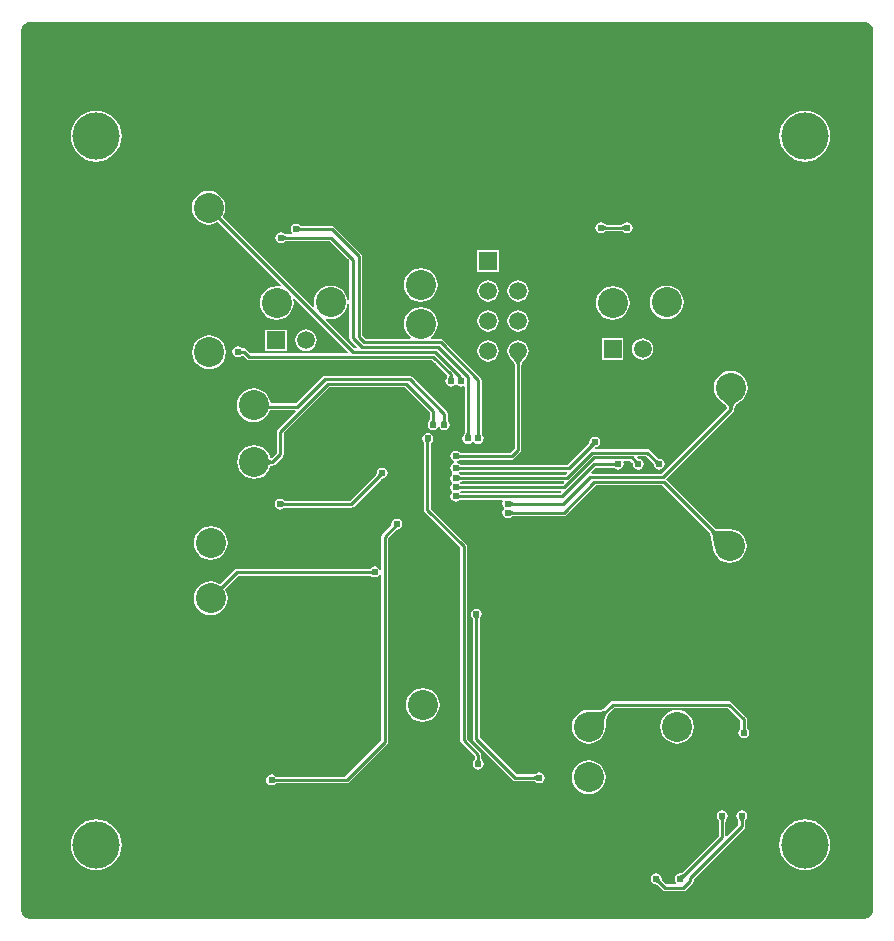
<source format=gbl>
G04*
G04 #@! TF.GenerationSoftware,Altium Limited,Altium Designer,19.1.8 (144)*
G04*
G04 Layer_Physical_Order=2*
G04 Layer_Color=16711680*
%FSLAX25Y25*%
%MOIN*%
G70*
G01*
G75*
%ADD11C,0.01000*%
%ADD70C,0.10000*%
%ADD71C,0.05906*%
%ADD72R,0.05906X0.05906*%
%ADD73R,0.05906X0.05906*%
%ADD74C,0.15748*%
%ADD75C,0.02400*%
G36*
X282722Y-1917D02*
X283261Y-2140D01*
X283746Y-2464D01*
X284158Y-2876D01*
X284482Y-3361D01*
X284705Y-3900D01*
X284819Y-4472D01*
Y-4764D01*
Y-297764D01*
Y-298055D01*
X284705Y-298627D01*
X284482Y-299166D01*
X284158Y-299651D01*
X283746Y-300064D01*
X283261Y-300388D01*
X282722Y-300611D01*
X282150Y-300725D01*
X3567D01*
X2995Y-300611D01*
X2456Y-300388D01*
X1971Y-300064D01*
X1558Y-299651D01*
X1234Y-299166D01*
X1011Y-298627D01*
X897Y-298055D01*
Y-297764D01*
Y-4764D01*
Y-4472D01*
X1011Y-3900D01*
X1234Y-3361D01*
X1558Y-2876D01*
X1971Y-2464D01*
X2456Y-2140D01*
X2995Y-1917D01*
X3567Y-1803D01*
X282150D01*
X282722Y-1917D01*
D02*
G37*
%LPC*%
G36*
X262083Y-31414D02*
X260421Y-31578D01*
X258824Y-32062D01*
X257352Y-32849D01*
X256062Y-33908D01*
X255003Y-35198D01*
X254216Y-36671D01*
X253731Y-38268D01*
X253568Y-39929D01*
X253731Y-41590D01*
X254216Y-43188D01*
X255003Y-44660D01*
X256062Y-45950D01*
X257352Y-47009D01*
X258824Y-47796D01*
X260421Y-48281D01*
X262083Y-48444D01*
X263744Y-48281D01*
X265341Y-47796D01*
X266813Y-47009D01*
X268104Y-45950D01*
X269163Y-44660D01*
X269950Y-43188D01*
X270434Y-41590D01*
X270598Y-39929D01*
X270434Y-38268D01*
X269950Y-36671D01*
X269163Y-35198D01*
X268104Y-33908D01*
X266813Y-32849D01*
X265341Y-32062D01*
X263744Y-31578D01*
X262083Y-31414D01*
D02*
G37*
G36*
X25862D02*
X24201Y-31578D01*
X22604Y-32062D01*
X21132Y-32849D01*
X19841Y-33908D01*
X18782Y-35198D01*
X17995Y-36671D01*
X17511Y-38268D01*
X17347Y-39929D01*
X17511Y-41590D01*
X17995Y-43188D01*
X18782Y-44660D01*
X19841Y-45950D01*
X21132Y-47009D01*
X22604Y-47796D01*
X24201Y-48281D01*
X25862Y-48444D01*
X27523Y-48281D01*
X29121Y-47796D01*
X30593Y-47009D01*
X31883Y-45950D01*
X32942Y-44660D01*
X33729Y-43188D01*
X34214Y-41590D01*
X34377Y-39929D01*
X34214Y-38268D01*
X33729Y-36671D01*
X32942Y-35198D01*
X31883Y-33908D01*
X30593Y-32849D01*
X29121Y-32062D01*
X27523Y-31578D01*
X25862Y-31414D01*
D02*
G37*
G36*
X202800Y-68665D02*
X202098Y-68804D01*
X201565Y-69160D01*
X201501Y-69184D01*
X201454Y-69228D01*
X201427Y-69249D01*
X201396Y-69268D01*
X201361Y-69286D01*
X201319Y-69303D01*
X201270Y-69318D01*
X201213Y-69331D01*
X201148Y-69341D01*
X201073Y-69348D01*
X200971Y-69351D01*
X200909Y-69378D01*
X195991D01*
X195929Y-69351D01*
X195827Y-69348D01*
X195753Y-69341D01*
X195687Y-69331D01*
X195630Y-69318D01*
X195581Y-69303D01*
X195539Y-69286D01*
X195504Y-69268D01*
X195473Y-69249D01*
X195446Y-69228D01*
X195399Y-69184D01*
X195335Y-69160D01*
X194802Y-68804D01*
X194100Y-68665D01*
X193398Y-68804D01*
X192802Y-69202D01*
X192404Y-69798D01*
X192265Y-70500D01*
X192404Y-71202D01*
X192802Y-71798D01*
X193398Y-72196D01*
X194100Y-72335D01*
X194802Y-72196D01*
X195335Y-71839D01*
X195399Y-71816D01*
X195446Y-71772D01*
X195473Y-71751D01*
X195504Y-71732D01*
X195539Y-71714D01*
X195581Y-71697D01*
X195630Y-71682D01*
X195687Y-71669D01*
X195753Y-71659D01*
X195827Y-71652D01*
X195929Y-71649D01*
X195991Y-71622D01*
X200909D01*
X200971Y-71649D01*
X201073Y-71652D01*
X201148Y-71659D01*
X201213Y-71669D01*
X201270Y-71682D01*
X201319Y-71697D01*
X201361Y-71714D01*
X201396Y-71732D01*
X201427Y-71751D01*
X201454Y-71772D01*
X201501Y-71816D01*
X201565Y-71839D01*
X202098Y-72196D01*
X202800Y-72335D01*
X203502Y-72196D01*
X204098Y-71798D01*
X204496Y-71202D01*
X204635Y-70500D01*
X204496Y-69798D01*
X204098Y-69202D01*
X203502Y-68804D01*
X202800Y-68665D01*
D02*
G37*
G36*
X160053Y-77947D02*
X152947D01*
Y-85053D01*
X160053D01*
Y-77947D01*
D02*
G37*
G36*
X63300Y-58152D02*
X61838Y-58344D01*
X60476Y-58908D01*
X59306Y-59806D01*
X58408Y-60976D01*
X57844Y-62338D01*
X57652Y-63800D01*
X57844Y-65262D01*
X58408Y-66624D01*
X59306Y-67794D01*
X60476Y-68692D01*
X61838Y-69256D01*
X63300Y-69448D01*
X64762Y-69256D01*
X66124Y-68692D01*
X66396Y-68483D01*
X87453Y-89539D01*
X87219Y-90012D01*
X86000Y-89852D01*
X84538Y-90044D01*
X83176Y-90608D01*
X82006Y-91506D01*
X81108Y-92676D01*
X80544Y-94038D01*
X80352Y-95500D01*
X80544Y-96962D01*
X81108Y-98324D01*
X82006Y-99494D01*
X83176Y-100392D01*
X84538Y-100956D01*
X86000Y-101148D01*
X87462Y-100956D01*
X88824Y-100392D01*
X89994Y-99494D01*
X90892Y-98324D01*
X91456Y-96962D01*
X91648Y-95500D01*
X91488Y-94281D01*
X91961Y-94047D01*
X109730Y-111817D01*
X109539Y-112278D01*
X77294D01*
X75958Y-110942D01*
X75594Y-110699D01*
X75165Y-110614D01*
X75165Y-110614D01*
X74415D01*
X74298Y-110438D01*
X73702Y-110040D01*
X73000Y-109900D01*
X72298Y-110040D01*
X71702Y-110438D01*
X71304Y-111033D01*
X71165Y-111735D01*
X71304Y-112438D01*
X71702Y-113033D01*
X72298Y-113431D01*
X73000Y-113570D01*
X73702Y-113431D01*
X74298Y-113033D01*
X74856Y-113012D01*
X76036Y-114193D01*
X76036Y-114193D01*
X76400Y-114436D01*
X76829Y-114522D01*
X76829Y-114522D01*
X137635D01*
X142903Y-119789D01*
X142893Y-119811D01*
X142891Y-119913D01*
X142884Y-119988D01*
X142874Y-120054D01*
X142861Y-120111D01*
X142845Y-120160D01*
X142829Y-120201D01*
X142811Y-120237D01*
X142791Y-120267D01*
X142771Y-120294D01*
X142727Y-120341D01*
X142703Y-120405D01*
X142347Y-120938D01*
X142207Y-121640D01*
X142347Y-122343D01*
X142745Y-122938D01*
X143340Y-123336D01*
X144043Y-123476D01*
X144745Y-123336D01*
X145340Y-122938D01*
X145471Y-122743D01*
X146072D01*
X146202Y-122938D01*
X146798Y-123336D01*
X147500Y-123476D01*
X148178Y-123341D01*
X148267Y-123335D01*
X148678Y-123593D01*
Y-138741D01*
X148653Y-138789D01*
X148660Y-138810D01*
X148651Y-138829D01*
X148648Y-138930D01*
X148641Y-139001D01*
X148631Y-139062D01*
X148618Y-139112D01*
X148604Y-139154D01*
X148589Y-139187D01*
X148573Y-139214D01*
X148557Y-139237D01*
X148540Y-139257D01*
X148495Y-139298D01*
X148466Y-139359D01*
X148402Y-139402D01*
X148004Y-139998D01*
X147865Y-140700D01*
X148004Y-141402D01*
X148402Y-141998D01*
X148998Y-142396D01*
X149700Y-142535D01*
X150402Y-142396D01*
X150998Y-141998D01*
X151149Y-141771D01*
X151751D01*
X151902Y-141998D01*
X152498Y-142396D01*
X153200Y-142535D01*
X153902Y-142396D01*
X154498Y-141998D01*
X154896Y-141402D01*
X155035Y-140700D01*
X154896Y-139998D01*
X154540Y-139465D01*
X154516Y-139401D01*
X154472Y-139354D01*
X154451Y-139327D01*
X154432Y-139296D01*
X154414Y-139261D01*
X154397Y-139219D01*
X154382Y-139170D01*
X154369Y-139113D01*
X154359Y-139048D01*
X154352Y-138973D01*
X154349Y-138871D01*
X154322Y-138809D01*
Y-121200D01*
X154322Y-121200D01*
X154236Y-120771D01*
X153993Y-120407D01*
X153993Y-120407D01*
X141493Y-107907D01*
X141381Y-107832D01*
X141356Y-107807D01*
X140992Y-107564D01*
X140563Y-107478D01*
X140563Y-107478D01*
X137532D01*
X137363Y-106978D01*
X137994Y-106494D01*
X138892Y-105324D01*
X139456Y-103962D01*
X139648Y-102500D01*
X139456Y-101038D01*
X138892Y-99676D01*
X137994Y-98506D01*
X136824Y-97608D01*
X135462Y-97044D01*
X134000Y-96852D01*
X132538Y-97044D01*
X131176Y-97608D01*
X130006Y-98506D01*
X129108Y-99676D01*
X128544Y-101038D01*
X128352Y-102500D01*
X128544Y-103962D01*
X129108Y-105324D01*
X130006Y-106494D01*
X130637Y-106978D01*
X130468Y-107478D01*
X115565D01*
X114422Y-106335D01*
Y-79900D01*
X114422Y-79900D01*
X114336Y-79471D01*
X114093Y-79107D01*
X105193Y-70207D01*
X104829Y-69964D01*
X104400Y-69878D01*
X104400Y-69878D01*
X94459D01*
X94411Y-69853D01*
X94390Y-69860D01*
X94371Y-69851D01*
X94270Y-69848D01*
X94199Y-69841D01*
X94138Y-69831D01*
X94088Y-69818D01*
X94046Y-69804D01*
X94013Y-69789D01*
X93986Y-69773D01*
X93963Y-69757D01*
X93943Y-69740D01*
X93902Y-69695D01*
X93840Y-69666D01*
X93798Y-69602D01*
X93202Y-69204D01*
X92500Y-69065D01*
X91798Y-69204D01*
X91202Y-69602D01*
X90804Y-70198D01*
X90665Y-70900D01*
X90804Y-71602D01*
X91189Y-72178D01*
X91167Y-72292D01*
X91022Y-72678D01*
X89291D01*
X89229Y-72651D01*
X89127Y-72648D01*
X89052Y-72641D01*
X88987Y-72631D01*
X88930Y-72618D01*
X88881Y-72603D01*
X88839Y-72586D01*
X88804Y-72568D01*
X88773Y-72549D01*
X88746Y-72528D01*
X88699Y-72484D01*
X88635Y-72461D01*
X88102Y-72104D01*
X87400Y-71965D01*
X86698Y-72104D01*
X86102Y-72502D01*
X85704Y-73098D01*
X85565Y-73800D01*
X85704Y-74502D01*
X86102Y-75098D01*
X86698Y-75496D01*
X87400Y-75635D01*
X88102Y-75496D01*
X88635Y-75139D01*
X88699Y-75116D01*
X88746Y-75072D01*
X88773Y-75051D01*
X88804Y-75032D01*
X88839Y-75014D01*
X88881Y-74997D01*
X88930Y-74982D01*
X88987Y-74969D01*
X89052Y-74959D01*
X89127Y-74952D01*
X89229Y-74949D01*
X89291Y-74922D01*
X103688D01*
X110278Y-81512D01*
Y-107163D01*
X110278Y-107163D01*
X110364Y-107592D01*
X110607Y-107956D01*
X112868Y-110216D01*
X112676Y-110678D01*
X111765D01*
X102279Y-101193D01*
X102318Y-101137D01*
X102609Y-100816D01*
X104000Y-100999D01*
X105462Y-100806D01*
X106824Y-100242D01*
X107994Y-99344D01*
X108892Y-98175D01*
X109456Y-96812D01*
X109648Y-95350D01*
X109456Y-93888D01*
X108892Y-92526D01*
X107994Y-91356D01*
X106824Y-90459D01*
X105462Y-89894D01*
X104000Y-89702D01*
X102538Y-89894D01*
X101176Y-90459D01*
X100006Y-91356D01*
X99108Y-92526D01*
X98544Y-93888D01*
X98352Y-95350D01*
X98535Y-96742D01*
X98214Y-97033D01*
X98157Y-97071D01*
X67983Y-66896D01*
X68192Y-66624D01*
X68756Y-65262D01*
X68948Y-63800D01*
X68756Y-62338D01*
X68192Y-60976D01*
X67294Y-59806D01*
X66124Y-58908D01*
X64762Y-58344D01*
X63300Y-58152D01*
D02*
G37*
G36*
X166500Y-87917D02*
X165573Y-88039D01*
X164708Y-88397D01*
X163966Y-88966D01*
X163397Y-89708D01*
X163039Y-90573D01*
X162917Y-91500D01*
X163039Y-92427D01*
X163397Y-93292D01*
X163966Y-94034D01*
X164708Y-94603D01*
X165573Y-94961D01*
X166500Y-95083D01*
X167427Y-94961D01*
X168292Y-94603D01*
X169034Y-94034D01*
X169603Y-93292D01*
X169961Y-92427D01*
X170083Y-91500D01*
X169961Y-90573D01*
X169603Y-89708D01*
X169034Y-88966D01*
X168292Y-88397D01*
X167427Y-88039D01*
X166500Y-87917D01*
D02*
G37*
G36*
X156500D02*
X155573Y-88039D01*
X154708Y-88397D01*
X153966Y-88966D01*
X153397Y-89708D01*
X153039Y-90573D01*
X152917Y-91500D01*
X153039Y-92427D01*
X153397Y-93292D01*
X153966Y-94034D01*
X154708Y-94603D01*
X155573Y-94961D01*
X156500Y-95083D01*
X157427Y-94961D01*
X158292Y-94603D01*
X159034Y-94034D01*
X159603Y-93292D01*
X159961Y-92427D01*
X160083Y-91500D01*
X159961Y-90573D01*
X159603Y-89708D01*
X159034Y-88966D01*
X158292Y-88397D01*
X157427Y-88039D01*
X156500Y-87917D01*
D02*
G37*
G36*
X134000Y-83852D02*
X132538Y-84044D01*
X131176Y-84608D01*
X130006Y-85506D01*
X129108Y-86676D01*
X128544Y-88038D01*
X128352Y-89500D01*
X128544Y-90962D01*
X129108Y-92324D01*
X130006Y-93494D01*
X131176Y-94392D01*
X132538Y-94956D01*
X134000Y-95148D01*
X135462Y-94956D01*
X136824Y-94392D01*
X137994Y-93494D01*
X138892Y-92324D01*
X139456Y-90962D01*
X139648Y-89500D01*
X139456Y-88038D01*
X138892Y-86676D01*
X137994Y-85506D01*
X136824Y-84608D01*
X135462Y-84044D01*
X134000Y-83852D01*
D02*
G37*
G36*
X216000Y-89702D02*
X214538Y-89894D01*
X213176Y-90459D01*
X212006Y-91356D01*
X211108Y-92526D01*
X210544Y-93888D01*
X210352Y-95350D01*
X210544Y-96812D01*
X211108Y-98175D01*
X212006Y-99344D01*
X213176Y-100242D01*
X214538Y-100806D01*
X216000Y-100999D01*
X217462Y-100806D01*
X218824Y-100242D01*
X219994Y-99344D01*
X220892Y-98175D01*
X221456Y-96812D01*
X221648Y-95350D01*
X221456Y-93888D01*
X220892Y-92526D01*
X219994Y-91356D01*
X218824Y-90459D01*
X217462Y-89894D01*
X216000Y-89702D01*
D02*
G37*
G36*
X198000Y-89852D02*
X196538Y-90044D01*
X195176Y-90608D01*
X194006Y-91506D01*
X193108Y-92676D01*
X192544Y-94038D01*
X192352Y-95500D01*
X192544Y-96962D01*
X193108Y-98324D01*
X194006Y-99494D01*
X195176Y-100392D01*
X196538Y-100956D01*
X198000Y-101148D01*
X199462Y-100956D01*
X200824Y-100392D01*
X201994Y-99494D01*
X202892Y-98324D01*
X203456Y-96962D01*
X203648Y-95500D01*
X203456Y-94038D01*
X202892Y-92676D01*
X201994Y-91506D01*
X200824Y-90608D01*
X199462Y-90044D01*
X198000Y-89852D01*
D02*
G37*
G36*
X166500Y-97917D02*
X165573Y-98039D01*
X164708Y-98397D01*
X163966Y-98966D01*
X163397Y-99708D01*
X163039Y-100573D01*
X162917Y-101500D01*
X163039Y-102427D01*
X163397Y-103292D01*
X163966Y-104034D01*
X164708Y-104603D01*
X165573Y-104961D01*
X166500Y-105083D01*
X167427Y-104961D01*
X168292Y-104603D01*
X169034Y-104034D01*
X169603Y-103292D01*
X169961Y-102427D01*
X170083Y-101500D01*
X169961Y-100573D01*
X169603Y-99708D01*
X169034Y-98966D01*
X168292Y-98397D01*
X167427Y-98039D01*
X166500Y-97917D01*
D02*
G37*
G36*
X156500D02*
X155573Y-98039D01*
X154708Y-98397D01*
X153966Y-98966D01*
X153397Y-99708D01*
X153039Y-100573D01*
X152917Y-101500D01*
X153039Y-102427D01*
X153397Y-103292D01*
X153966Y-104034D01*
X154708Y-104603D01*
X155573Y-104961D01*
X156500Y-105083D01*
X157427Y-104961D01*
X158292Y-104603D01*
X159034Y-104034D01*
X159603Y-103292D01*
X159961Y-102427D01*
X160083Y-101500D01*
X159961Y-100573D01*
X159603Y-99708D01*
X159034Y-98966D01*
X158292Y-98397D01*
X157427Y-98039D01*
X156500Y-97917D01*
D02*
G37*
G36*
X89353Y-104398D02*
X82247D01*
Y-111503D01*
X89353D01*
Y-104398D01*
D02*
G37*
G36*
X95800Y-104367D02*
X94873Y-104489D01*
X94008Y-104847D01*
X93266Y-105417D01*
X92697Y-106159D01*
X92339Y-107023D01*
X92217Y-107950D01*
X92339Y-108878D01*
X92697Y-109742D01*
X93266Y-110484D01*
X94008Y-111054D01*
X94873Y-111412D01*
X95800Y-111534D01*
X96727Y-111412D01*
X97592Y-111054D01*
X98334Y-110484D01*
X98903Y-109742D01*
X99261Y-108878D01*
X99383Y-107950D01*
X99261Y-107023D01*
X98903Y-106159D01*
X98334Y-105417D01*
X97592Y-104847D01*
X96727Y-104489D01*
X95800Y-104367D01*
D02*
G37*
G36*
X201553Y-107298D02*
X194447D01*
Y-114403D01*
X201553D01*
Y-107298D01*
D02*
G37*
G36*
X208000Y-107267D02*
X207073Y-107389D01*
X206208Y-107747D01*
X205466Y-108317D01*
X204897Y-109059D01*
X204539Y-109923D01*
X204417Y-110850D01*
X204539Y-111778D01*
X204897Y-112642D01*
X205466Y-113384D01*
X206208Y-113954D01*
X207073Y-114312D01*
X208000Y-114434D01*
X208927Y-114312D01*
X209792Y-113954D01*
X210534Y-113384D01*
X211103Y-112642D01*
X211461Y-111778D01*
X211583Y-110850D01*
X211461Y-109923D01*
X211103Y-109059D01*
X210534Y-108317D01*
X209792Y-107747D01*
X208927Y-107389D01*
X208000Y-107267D01*
D02*
G37*
G36*
X156500Y-107917D02*
X155573Y-108039D01*
X154708Y-108397D01*
X153966Y-108966D01*
X153397Y-109708D01*
X153039Y-110573D01*
X152917Y-111500D01*
X153039Y-112427D01*
X153397Y-113292D01*
X153966Y-114034D01*
X154708Y-114603D01*
X155573Y-114961D01*
X156500Y-115083D01*
X157427Y-114961D01*
X158292Y-114603D01*
X159034Y-114034D01*
X159603Y-113292D01*
X159961Y-112427D01*
X160083Y-111500D01*
X159961Y-110573D01*
X159603Y-109708D01*
X159034Y-108966D01*
X158292Y-108397D01*
X157427Y-108039D01*
X156500Y-107917D01*
D02*
G37*
G36*
X63500Y-106352D02*
X62038Y-106544D01*
X60676Y-107108D01*
X59506Y-108006D01*
X58608Y-109176D01*
X58044Y-110538D01*
X57852Y-112000D01*
X58044Y-113462D01*
X58608Y-114824D01*
X59506Y-115994D01*
X60676Y-116892D01*
X62038Y-117456D01*
X63500Y-117648D01*
X64962Y-117456D01*
X66324Y-116892D01*
X67494Y-115994D01*
X68392Y-114824D01*
X68956Y-113462D01*
X69148Y-112000D01*
X68956Y-110538D01*
X68392Y-109176D01*
X67494Y-108006D01*
X66324Y-107108D01*
X64962Y-106544D01*
X63500Y-106352D01*
D02*
G37*
G36*
X130400Y-119778D02*
X130400Y-119778D01*
X102000D01*
X102000Y-119778D01*
X101571Y-119864D01*
X101207Y-120107D01*
X101207Y-120107D01*
X98907Y-122407D01*
X98907Y-122407D01*
X92335Y-128978D01*
X83966D01*
X83856Y-128138D01*
X83292Y-126776D01*
X82394Y-125606D01*
X81224Y-124708D01*
X79862Y-124144D01*
X78400Y-123952D01*
X76938Y-124144D01*
X75576Y-124708D01*
X74406Y-125606D01*
X73508Y-126776D01*
X72944Y-128138D01*
X72752Y-129600D01*
X72944Y-131062D01*
X73508Y-132424D01*
X74406Y-133594D01*
X75576Y-134492D01*
X76938Y-135056D01*
X78400Y-135248D01*
X79862Y-135056D01*
X81224Y-134492D01*
X82394Y-133594D01*
X83292Y-132424D01*
X83790Y-131222D01*
X92139D01*
X92330Y-131684D01*
X86407Y-137607D01*
X86164Y-137971D01*
X86078Y-138400D01*
X86078Y-138400D01*
Y-145535D01*
X84494Y-147120D01*
X84466Y-147131D01*
X84463Y-147132D01*
X84262Y-147126D01*
X83930Y-146976D01*
X83392Y-145676D01*
X82494Y-144506D01*
X81324Y-143608D01*
X79962Y-143044D01*
X78500Y-142852D01*
X77038Y-143044D01*
X75676Y-143608D01*
X74506Y-144506D01*
X73608Y-145676D01*
X73044Y-147038D01*
X72852Y-148500D01*
X73044Y-149962D01*
X73608Y-151324D01*
X74506Y-152494D01*
X75676Y-153392D01*
X77038Y-153956D01*
X78500Y-154148D01*
X79962Y-153956D01*
X81324Y-153392D01*
X82494Y-152494D01*
X83392Y-151324D01*
X83883Y-150137D01*
X83917Y-150101D01*
X83954Y-149996D01*
X83980Y-149948D01*
X84007Y-149912D01*
X84038Y-149881D01*
X84079Y-149852D01*
X84136Y-149823D01*
X84215Y-149795D01*
X84318Y-149772D01*
X84447Y-149756D01*
X84625Y-149749D01*
X84749Y-149692D01*
X85029Y-149636D01*
X85393Y-149393D01*
X87993Y-146793D01*
X87993Y-146793D01*
X88236Y-146429D01*
X88322Y-146000D01*
X88322Y-146000D01*
Y-138865D01*
X103565Y-123622D01*
X128735D01*
X137052Y-131938D01*
Y-134171D01*
X137024Y-134233D01*
X137021Y-134335D01*
X137015Y-134410D01*
X137004Y-134476D01*
X136991Y-134533D01*
X136976Y-134582D01*
X136959Y-134623D01*
X136941Y-134659D01*
X136922Y-134689D01*
X136901Y-134716D01*
X136857Y-134763D01*
X136834Y-134827D01*
X136478Y-135360D01*
X136338Y-136062D01*
X136478Y-136765D01*
X136875Y-137360D01*
X137471Y-137758D01*
X138173Y-137898D01*
X138875Y-137758D01*
X139471Y-137360D01*
X139759Y-136929D01*
X139782Y-136921D01*
X140291D01*
X140314Y-136929D01*
X140602Y-137360D01*
X141198Y-137758D01*
X141900Y-137898D01*
X142602Y-137758D01*
X143198Y-137360D01*
X143596Y-136765D01*
X143735Y-136062D01*
X143596Y-135360D01*
X143239Y-134827D01*
X143216Y-134763D01*
X143172Y-134716D01*
X143151Y-134689D01*
X143132Y-134659D01*
X143114Y-134623D01*
X143097Y-134582D01*
X143082Y-134533D01*
X143069Y-134476D01*
X143059Y-134410D01*
X143052Y-134335D01*
X143049Y-134233D01*
X143022Y-134171D01*
Y-132400D01*
X143022Y-132400D01*
X142936Y-131971D01*
X142693Y-131607D01*
X142693Y-131607D01*
X131193Y-120107D01*
X130829Y-119864D01*
X130400Y-119778D01*
D02*
G37*
G36*
X166500Y-107917D02*
X165573Y-108039D01*
X164708Y-108397D01*
X163966Y-108966D01*
X163397Y-109708D01*
X163039Y-110573D01*
X162917Y-111500D01*
X163039Y-112427D01*
X163397Y-113292D01*
X163949Y-114011D01*
X163970Y-114065D01*
X164254Y-114353D01*
X164727Y-114894D01*
X164904Y-115131D01*
X165053Y-115357D01*
X165169Y-115565D01*
X165254Y-115753D01*
X165310Y-115918D01*
X165340Y-116061D01*
X165352Y-116229D01*
X165378Y-116281D01*
Y-143935D01*
X163835Y-145478D01*
X147591D01*
X147529Y-145451D01*
X147427Y-145448D01*
X147353Y-145441D01*
X147287Y-145431D01*
X147230Y-145418D01*
X147181Y-145403D01*
X147139Y-145386D01*
X147104Y-145368D01*
X147073Y-145349D01*
X147046Y-145328D01*
X146999Y-145284D01*
X146935Y-145261D01*
X146402Y-144904D01*
X145700Y-144765D01*
X144998Y-144904D01*
X144402Y-145302D01*
X144004Y-145898D01*
X143865Y-146600D01*
X144004Y-147302D01*
X144402Y-147898D01*
X144998Y-148296D01*
X145247Y-148345D01*
Y-148855D01*
X144998Y-148904D01*
X144402Y-149302D01*
X144004Y-149898D01*
X143865Y-150600D01*
X144004Y-151302D01*
X144402Y-151898D01*
X144554Y-151999D01*
Y-152601D01*
X144402Y-152702D01*
X144004Y-153298D01*
X143865Y-154000D01*
X144004Y-154702D01*
X144402Y-155298D01*
Y-155702D01*
X144004Y-156298D01*
X143865Y-157000D01*
X144004Y-157702D01*
X144402Y-158298D01*
Y-158702D01*
X144004Y-159298D01*
X143865Y-160000D01*
X144004Y-160702D01*
X144402Y-161298D01*
X144998Y-161696D01*
X145700Y-161835D01*
X146402Y-161696D01*
X146935Y-161339D01*
X146999Y-161316D01*
X147046Y-161272D01*
X147073Y-161251D01*
X147104Y-161232D01*
X147139Y-161214D01*
X147181Y-161197D01*
X147230Y-161182D01*
X147287Y-161169D01*
X147353Y-161159D01*
X147427Y-161152D01*
X147529Y-161149D01*
X147591Y-161122D01*
X161259D01*
X161495Y-161563D01*
X161404Y-161698D01*
X161265Y-162400D01*
X161404Y-163102D01*
X161802Y-163698D01*
Y-164102D01*
X161404Y-164698D01*
X161265Y-165400D01*
X161404Y-166102D01*
X161802Y-166698D01*
X162398Y-167096D01*
X163100Y-167235D01*
X163802Y-167096D01*
X164335Y-166739D01*
X164399Y-166716D01*
X164446Y-166672D01*
X164473Y-166651D01*
X164504Y-166632D01*
X164539Y-166614D01*
X164581Y-166597D01*
X164630Y-166582D01*
X164687Y-166569D01*
X164752Y-166559D01*
X164827Y-166552D01*
X164929Y-166549D01*
X164991Y-166522D01*
X181700D01*
X181700Y-166522D01*
X182129Y-166436D01*
X182493Y-166193D01*
X192365Y-156322D01*
X214535D01*
X230192Y-171978D01*
X230207Y-172028D01*
X230352Y-172206D01*
X230476Y-172418D01*
X230607Y-172717D01*
X230738Y-173100D01*
X230860Y-173545D01*
X231292Y-176182D01*
X231374Y-177009D01*
X231374Y-177009D01*
X231374Y-177009D01*
X231434Y-177121D01*
X231544Y-177962D01*
X232108Y-179324D01*
X233006Y-180494D01*
X234176Y-181392D01*
X235538Y-181956D01*
X237000Y-182148D01*
X238462Y-181956D01*
X239824Y-181392D01*
X240994Y-180494D01*
X241892Y-179324D01*
X242456Y-177962D01*
X242648Y-176500D01*
X242456Y-175038D01*
X241892Y-173676D01*
X240994Y-172506D01*
X239824Y-171608D01*
X238462Y-171044D01*
X237000Y-170852D01*
X236504Y-170917D01*
X236395Y-170883D01*
X235645Y-170953D01*
X234323Y-171001D01*
X233771Y-170981D01*
X233275Y-170931D01*
X232847Y-170856D01*
X232486Y-170758D01*
X232195Y-170642D01*
X231972Y-170513D01*
X231760Y-170339D01*
X231759Y-170338D01*
X231758Y-170337D01*
X231708Y-170322D01*
X215793Y-154407D01*
X215765Y-154121D01*
X238143Y-131743D01*
X238143Y-131743D01*
X238386Y-131379D01*
X238440Y-131109D01*
X238498Y-130990D01*
X238516Y-130705D01*
X238561Y-130471D01*
X238635Y-130244D01*
X238742Y-130022D01*
X238882Y-129800D01*
X239060Y-129580D01*
X239278Y-129360D01*
X239538Y-129141D01*
X239840Y-128926D01*
X240203Y-128704D01*
X240208Y-128698D01*
X240224Y-128692D01*
X241394Y-127794D01*
X242292Y-126624D01*
X242856Y-125262D01*
X243048Y-123800D01*
X242856Y-122338D01*
X242292Y-120976D01*
X241394Y-119806D01*
X240224Y-118908D01*
X238862Y-118344D01*
X237400Y-118152D01*
X235938Y-118344D01*
X234576Y-118908D01*
X233406Y-119806D01*
X232508Y-120976D01*
X231944Y-122338D01*
X231752Y-123800D01*
X231944Y-125262D01*
X232508Y-126624D01*
X233406Y-127794D01*
X234379Y-128540D01*
X234384Y-128554D01*
X234413Y-128567D01*
X234477Y-128616D01*
X234499Y-128647D01*
X234860Y-128878D01*
X235162Y-129101D01*
X235421Y-129326D01*
X235639Y-129553D01*
X235817Y-129779D01*
X235958Y-130006D01*
X236065Y-130234D01*
X236139Y-130465D01*
X236157Y-130557D01*
X214335Y-152378D01*
X191093D01*
X190886Y-151878D01*
X192343Y-150422D01*
X197909D01*
X197971Y-150449D01*
X198073Y-150452D01*
X198147Y-150459D01*
X198213Y-150469D01*
X198270Y-150482D01*
X198319Y-150497D01*
X198361Y-150514D01*
X198396Y-150532D01*
X198427Y-150551D01*
X198454Y-150572D01*
X198501Y-150616D01*
X198565Y-150639D01*
X199098Y-150996D01*
X199800Y-151135D01*
X200502Y-150996D01*
X201098Y-150598D01*
X201496Y-150002D01*
X201635Y-149300D01*
X201500Y-148622D01*
X201495Y-148533D01*
X201752Y-148122D01*
X203835D01*
X204470Y-148756D01*
X204494Y-148819D01*
X204564Y-148893D01*
X204612Y-148951D01*
X204652Y-149005D01*
X204683Y-149054D01*
X204707Y-149100D01*
X204724Y-149141D01*
X204736Y-149179D01*
X204744Y-149214D01*
X204749Y-149248D01*
X204751Y-149312D01*
X204779Y-149374D01*
X204904Y-150002D01*
X205302Y-150598D01*
X205898Y-150996D01*
X206600Y-151135D01*
X207302Y-150996D01*
X207898Y-150598D01*
X208296Y-150002D01*
X208435Y-149300D01*
X208296Y-148598D01*
X207898Y-148002D01*
X207302Y-147604D01*
X206674Y-147479D01*
X206612Y-147451D01*
X206547Y-147449D01*
X206514Y-147444D01*
X206479Y-147436D01*
X206441Y-147424D01*
X206399Y-147406D01*
X206354Y-147383D01*
X206305Y-147352D01*
X206251Y-147312D01*
X206193Y-147264D01*
X206119Y-147194D01*
X206071Y-147022D01*
X206423Y-146522D01*
X209135D01*
X211370Y-148756D01*
X211394Y-148819D01*
X211464Y-148893D01*
X211512Y-148951D01*
X211552Y-149005D01*
X211583Y-149054D01*
X211607Y-149100D01*
X211624Y-149141D01*
X211636Y-149179D01*
X211644Y-149214D01*
X211649Y-149248D01*
X211651Y-149312D01*
X211679Y-149374D01*
X211804Y-150002D01*
X212202Y-150598D01*
X212798Y-150996D01*
X213500Y-151135D01*
X214202Y-150996D01*
X214798Y-150598D01*
X215196Y-150002D01*
X215335Y-149300D01*
X215196Y-148598D01*
X214798Y-148002D01*
X214202Y-147604D01*
X213574Y-147479D01*
X213512Y-147451D01*
X213447Y-147449D01*
X213414Y-147444D01*
X213379Y-147436D01*
X213341Y-147424D01*
X213299Y-147406D01*
X213254Y-147383D01*
X213205Y-147352D01*
X213151Y-147312D01*
X213093Y-147264D01*
X213019Y-147194D01*
X212956Y-147170D01*
X210393Y-144607D01*
X210029Y-144364D01*
X209600Y-144278D01*
X209600Y-144278D01*
X192393D01*
X192172Y-143828D01*
X192244Y-143687D01*
X192702Y-143596D01*
X193298Y-143198D01*
X193696Y-142602D01*
X193835Y-141900D01*
X193696Y-141198D01*
X193298Y-140602D01*
X192702Y-140204D01*
X192000Y-140065D01*
X191298Y-140204D01*
X190702Y-140602D01*
X190304Y-141198D01*
X190179Y-141826D01*
X190151Y-141888D01*
X190149Y-141953D01*
X190144Y-141986D01*
X190136Y-142022D01*
X190124Y-142059D01*
X190106Y-142101D01*
X190083Y-142146D01*
X190052Y-142195D01*
X190012Y-142249D01*
X189964Y-142307D01*
X189894Y-142381D01*
X189870Y-142444D01*
X182835Y-149478D01*
X147591D01*
X147529Y-149451D01*
X147427Y-149448D01*
X147353Y-149441D01*
X147287Y-149431D01*
X147230Y-149418D01*
X147181Y-149403D01*
X147139Y-149386D01*
X147104Y-149368D01*
X147073Y-149349D01*
X147046Y-149328D01*
X146999Y-149284D01*
X146935Y-149260D01*
X146402Y-148904D01*
X146153Y-148855D01*
Y-148345D01*
X146402Y-148296D01*
X146935Y-147940D01*
X146999Y-147916D01*
X147046Y-147872D01*
X147073Y-147851D01*
X147104Y-147832D01*
X147139Y-147814D01*
X147181Y-147797D01*
X147230Y-147782D01*
X147287Y-147769D01*
X147353Y-147759D01*
X147427Y-147752D01*
X147529Y-147749D01*
X147591Y-147722D01*
X164300D01*
X164300Y-147722D01*
X164729Y-147636D01*
X165093Y-147393D01*
X167293Y-145193D01*
X167536Y-144829D01*
X167622Y-144400D01*
X167622Y-144400D01*
Y-116281D01*
X167648Y-116229D01*
X167660Y-116061D01*
X167690Y-115918D01*
X167746Y-115753D01*
X167831Y-115565D01*
X167947Y-115357D01*
X168096Y-115131D01*
X168273Y-114894D01*
X168746Y-114353D01*
X169030Y-114065D01*
X169051Y-114011D01*
X169603Y-113292D01*
X169961Y-112427D01*
X170083Y-111500D01*
X169961Y-110573D01*
X169603Y-109708D01*
X169034Y-108966D01*
X168292Y-108397D01*
X167427Y-108039D01*
X166500Y-107917D01*
D02*
G37*
G36*
X121200Y-150465D02*
X120498Y-150604D01*
X119902Y-151002D01*
X119504Y-151598D01*
X119379Y-152226D01*
X119351Y-152288D01*
X119349Y-152352D01*
X119344Y-152386D01*
X119336Y-152421D01*
X119324Y-152459D01*
X119307Y-152500D01*
X119283Y-152546D01*
X119252Y-152595D01*
X119212Y-152649D01*
X119164Y-152707D01*
X119094Y-152781D01*
X119070Y-152844D01*
X110435Y-161478D01*
X89091D01*
X89029Y-161451D01*
X88927Y-161448D01*
X88853Y-161441D01*
X88787Y-161431D01*
X88730Y-161418D01*
X88681Y-161403D01*
X88639Y-161386D01*
X88604Y-161368D01*
X88573Y-161349D01*
X88546Y-161328D01*
X88499Y-161284D01*
X88435Y-161260D01*
X87902Y-160904D01*
X87200Y-160765D01*
X86498Y-160904D01*
X85902Y-161302D01*
X85504Y-161898D01*
X85365Y-162600D01*
X85504Y-163302D01*
X85902Y-163898D01*
X86498Y-164296D01*
X87200Y-164435D01*
X87902Y-164296D01*
X88435Y-163939D01*
X88499Y-163916D01*
X88546Y-163872D01*
X88573Y-163851D01*
X88604Y-163832D01*
X88639Y-163814D01*
X88681Y-163797D01*
X88730Y-163782D01*
X88787Y-163769D01*
X88853Y-163759D01*
X88927Y-163752D01*
X89029Y-163749D01*
X89091Y-163722D01*
X110900D01*
X110900Y-163722D01*
X111329Y-163636D01*
X111693Y-163393D01*
X120656Y-154430D01*
X120719Y-154406D01*
X120793Y-154336D01*
X120851Y-154288D01*
X120905Y-154248D01*
X120954Y-154217D01*
X121000Y-154193D01*
X121041Y-154176D01*
X121079Y-154164D01*
X121114Y-154156D01*
X121148Y-154151D01*
X121212Y-154149D01*
X121274Y-154121D01*
X121902Y-153996D01*
X122498Y-153598D01*
X122896Y-153002D01*
X123035Y-152300D01*
X122896Y-151598D01*
X122498Y-151002D01*
X121902Y-150604D01*
X121200Y-150465D01*
D02*
G37*
G36*
X126100Y-167465D02*
X125398Y-167604D01*
X124802Y-168002D01*
X124404Y-168598D01*
X124265Y-169300D01*
X124306Y-169508D01*
X121207Y-172607D01*
X120964Y-172971D01*
X120878Y-173400D01*
X120878Y-173400D01*
Y-184564D01*
X120378Y-184613D01*
X120346Y-184448D01*
X119948Y-183852D01*
X119352Y-183454D01*
X118650Y-183315D01*
X117948Y-183454D01*
X117352Y-183852D01*
X117134Y-184178D01*
X72700D01*
X72700Y-184178D01*
X72271Y-184264D01*
X71907Y-184507D01*
X71907Y-184507D01*
X67097Y-189317D01*
X66824Y-189108D01*
X65462Y-188544D01*
X64000Y-188352D01*
X62538Y-188544D01*
X61176Y-189108D01*
X60006Y-190006D01*
X59108Y-191176D01*
X58544Y-192538D01*
X58352Y-194000D01*
X58544Y-195462D01*
X59108Y-196824D01*
X60006Y-197994D01*
X61176Y-198892D01*
X62538Y-199456D01*
X64000Y-199648D01*
X65462Y-199456D01*
X66824Y-198892D01*
X67994Y-197994D01*
X68892Y-196824D01*
X69456Y-195462D01*
X69648Y-194000D01*
X69456Y-192538D01*
X68892Y-191176D01*
X68683Y-190903D01*
X73165Y-186422D01*
X117335D01*
X117352Y-186448D01*
X117948Y-186846D01*
X118650Y-186985D01*
X119352Y-186846D01*
X119948Y-186448D01*
X120346Y-185852D01*
X120378Y-185687D01*
X120878Y-185736D01*
Y-241335D01*
X108835Y-253379D01*
X85715D01*
X85598Y-253202D01*
X85002Y-252804D01*
X84300Y-252665D01*
X83598Y-252804D01*
X83002Y-253202D01*
X82604Y-253798D01*
X82465Y-254500D01*
X82604Y-255202D01*
X83002Y-255798D01*
X83598Y-256196D01*
X84300Y-256335D01*
X85002Y-256196D01*
X85598Y-255798D01*
X85715Y-255622D01*
X109300D01*
X109300Y-255622D01*
X109729Y-255536D01*
X110093Y-255293D01*
X122793Y-242593D01*
X122793Y-242593D01*
X123036Y-242229D01*
X123122Y-241800D01*
Y-173865D01*
X125892Y-171094D01*
X126100Y-171135D01*
X126802Y-170996D01*
X127398Y-170598D01*
X127796Y-170002D01*
X127935Y-169300D01*
X127796Y-168598D01*
X127398Y-168002D01*
X126802Y-167604D01*
X126100Y-167465D01*
D02*
G37*
G36*
X64000Y-169852D02*
X62538Y-170044D01*
X61176Y-170608D01*
X60006Y-171506D01*
X59108Y-172676D01*
X58544Y-174038D01*
X58352Y-175500D01*
X58544Y-176962D01*
X59108Y-178324D01*
X60006Y-179494D01*
X61176Y-180392D01*
X62538Y-180956D01*
X64000Y-181148D01*
X65462Y-180956D01*
X66824Y-180392D01*
X67994Y-179494D01*
X68892Y-178324D01*
X69456Y-176962D01*
X69648Y-175500D01*
X69456Y-174038D01*
X68892Y-172676D01*
X67994Y-171506D01*
X66824Y-170608D01*
X65462Y-170044D01*
X64000Y-169852D01*
D02*
G37*
G36*
X236800Y-228278D02*
X236800Y-228278D01*
X198000D01*
X198000Y-228278D01*
X197571Y-228364D01*
X197207Y-228607D01*
X195240Y-230574D01*
X195189Y-230589D01*
X194980Y-230762D01*
X194757Y-230890D01*
X194464Y-231008D01*
X194102Y-231109D01*
X193670Y-231187D01*
X193171Y-231241D01*
X192614Y-231267D01*
X191281Y-231235D01*
X190525Y-231175D01*
X190425Y-231208D01*
X190000Y-231152D01*
X188538Y-231344D01*
X187176Y-231908D01*
X186006Y-232806D01*
X185108Y-233976D01*
X184544Y-235338D01*
X184352Y-236800D01*
X184544Y-238262D01*
X185108Y-239624D01*
X186006Y-240794D01*
X187176Y-241692D01*
X188538Y-242256D01*
X190000Y-242448D01*
X191462Y-242256D01*
X192824Y-241692D01*
X193994Y-240794D01*
X194892Y-239624D01*
X195456Y-238262D01*
X195578Y-237337D01*
X195633Y-237230D01*
X195704Y-236399D01*
X195880Y-234955D01*
X196100Y-233799D01*
X196221Y-233344D01*
X196350Y-232963D01*
X196480Y-232663D01*
X196604Y-232450D01*
X196752Y-232269D01*
X196767Y-232219D01*
X198465Y-230521D01*
X236335D01*
X240579Y-234765D01*
Y-237385D01*
X240402Y-237502D01*
X240004Y-238098D01*
X239865Y-238800D01*
X240004Y-239502D01*
X240402Y-240098D01*
X240998Y-240496D01*
X241700Y-240635D01*
X242402Y-240496D01*
X242998Y-240098D01*
X243396Y-239502D01*
X243535Y-238800D01*
X243396Y-238098D01*
X242998Y-237502D01*
X242822Y-237385D01*
Y-234300D01*
X242822Y-234300D01*
X242736Y-233871D01*
X242493Y-233507D01*
X242493Y-233507D01*
X237593Y-228607D01*
X237229Y-228364D01*
X236800Y-228278D01*
D02*
G37*
G36*
X134700Y-223852D02*
X133238Y-224044D01*
X131876Y-224608D01*
X130706Y-225506D01*
X129808Y-226676D01*
X129244Y-228038D01*
X129052Y-229500D01*
X129244Y-230962D01*
X129808Y-232324D01*
X130706Y-233494D01*
X131876Y-234392D01*
X133238Y-234956D01*
X134700Y-235148D01*
X136162Y-234956D01*
X137524Y-234392D01*
X138694Y-233494D01*
X139592Y-232324D01*
X140156Y-230962D01*
X140348Y-229500D01*
X140156Y-228038D01*
X139592Y-226676D01*
X138694Y-225506D01*
X137524Y-224608D01*
X136162Y-224044D01*
X134700Y-223852D01*
D02*
G37*
G36*
X219500Y-231152D02*
X218038Y-231344D01*
X216676Y-231908D01*
X215506Y-232806D01*
X214608Y-233976D01*
X214044Y-235338D01*
X213852Y-236800D01*
X214044Y-238262D01*
X214608Y-239624D01*
X215506Y-240794D01*
X216676Y-241692D01*
X218038Y-242256D01*
X219500Y-242448D01*
X220962Y-242256D01*
X222324Y-241692D01*
X223494Y-240794D01*
X224392Y-239624D01*
X224956Y-238262D01*
X225148Y-236800D01*
X224956Y-235338D01*
X224392Y-233976D01*
X223494Y-232806D01*
X222324Y-231908D01*
X220962Y-231344D01*
X219500Y-231152D01*
D02*
G37*
G36*
X136400Y-138865D02*
X135698Y-139004D01*
X135102Y-139402D01*
X134704Y-139998D01*
X134565Y-140700D01*
X134704Y-141402D01*
X134864Y-141641D01*
X134889Y-141766D01*
X134926Y-141822D01*
X134949Y-141861D01*
X134969Y-141905D01*
X134988Y-141955D01*
X135006Y-142011D01*
X135021Y-142074D01*
X135032Y-142135D01*
X135048Y-142312D01*
X135051Y-142409D01*
X135078Y-142472D01*
Y-164547D01*
X135078Y-164547D01*
X135164Y-164977D01*
X135407Y-165340D01*
X147200Y-177133D01*
Y-241221D01*
X147200Y-241221D01*
X147285Y-241650D01*
X147528Y-242014D01*
X152029Y-246515D01*
Y-247309D01*
X152001Y-247371D01*
X151998Y-247473D01*
X151992Y-247548D01*
X151982Y-247613D01*
X151969Y-247670D01*
X151953Y-247719D01*
X151936Y-247761D01*
X151918Y-247796D01*
X151899Y-247827D01*
X151878Y-247854D01*
X151835Y-247901D01*
X151811Y-247965D01*
X151455Y-248498D01*
X151315Y-249200D01*
X151455Y-249902D01*
X151853Y-250498D01*
X152448Y-250896D01*
X153150Y-251035D01*
X153853Y-250896D01*
X154448Y-250498D01*
X154846Y-249902D01*
X154986Y-249200D01*
X154846Y-248498D01*
X154490Y-247965D01*
X154466Y-247901D01*
X154422Y-247854D01*
X154402Y-247827D01*
X154382Y-247796D01*
X154364Y-247761D01*
X154348Y-247719D01*
X154332Y-247670D01*
X154319Y-247613D01*
X154309Y-247548D01*
X154302Y-247473D01*
X154300Y-247371D01*
X154272Y-247309D01*
Y-246051D01*
X154272Y-246050D01*
X154187Y-245621D01*
X153944Y-245257D01*
X153943Y-245257D01*
X149443Y-240757D01*
Y-176669D01*
X149443Y-176669D01*
X149357Y-176239D01*
X149114Y-175875D01*
X149114Y-175875D01*
X137322Y-164083D01*
Y-142727D01*
X137338Y-142701D01*
X137328Y-142650D01*
X137349Y-142602D01*
X137352Y-142502D01*
X137359Y-142435D01*
X137369Y-142379D01*
X137381Y-142334D01*
X137394Y-142301D01*
X137406Y-142276D01*
X137417Y-142258D01*
X137429Y-142244D01*
X137441Y-142231D01*
X137485Y-142197D01*
X137537Y-142105D01*
X137698Y-141998D01*
X138096Y-141402D01*
X138235Y-140700D01*
X138096Y-139998D01*
X137698Y-139402D01*
X137102Y-139004D01*
X136400Y-138865D01*
D02*
G37*
G36*
X152600Y-197490D02*
X151898Y-197629D01*
X151302Y-198027D01*
X150904Y-198623D01*
X150765Y-199325D01*
X150904Y-200027D01*
X151260Y-200560D01*
X151284Y-200624D01*
X151328Y-200671D01*
X151349Y-200698D01*
X151368Y-200729D01*
X151386Y-200764D01*
X151403Y-200806D01*
X151418Y-200855D01*
X151431Y-200912D01*
X151441Y-200977D01*
X151448Y-201052D01*
X151451Y-201154D01*
X151478Y-201216D01*
Y-240900D01*
X151478Y-240900D01*
X151564Y-241329D01*
X151807Y-241693D01*
X164707Y-254593D01*
X164707Y-254593D01*
X165071Y-254836D01*
X165500Y-254922D01*
X165500Y-254922D01*
X171709D01*
X171771Y-254949D01*
X171873Y-254952D01*
X171948Y-254959D01*
X172013Y-254969D01*
X172070Y-254982D01*
X172119Y-254997D01*
X172161Y-255014D01*
X172196Y-255032D01*
X172227Y-255051D01*
X172254Y-255072D01*
X172301Y-255116D01*
X172365Y-255139D01*
X172898Y-255496D01*
X173600Y-255635D01*
X174302Y-255496D01*
X174898Y-255098D01*
X175296Y-254502D01*
X175435Y-253800D01*
X175296Y-253098D01*
X174898Y-252502D01*
X174302Y-252104D01*
X173600Y-251965D01*
X172898Y-252104D01*
X172365Y-252461D01*
X172301Y-252484D01*
X172254Y-252528D01*
X172227Y-252549D01*
X172196Y-252568D01*
X172161Y-252586D01*
X172119Y-252603D01*
X172070Y-252618D01*
X172013Y-252631D01*
X171948Y-252641D01*
X171873Y-252648D01*
X171771Y-252651D01*
X171709Y-252678D01*
X165965D01*
X153722Y-240435D01*
Y-201216D01*
X153749Y-201154D01*
X153752Y-201052D01*
X153759Y-200977D01*
X153769Y-200912D01*
X153782Y-200855D01*
X153797Y-200806D01*
X153814Y-200764D01*
X153832Y-200729D01*
X153851Y-200698D01*
X153872Y-200671D01*
X153916Y-200624D01*
X153939Y-200560D01*
X154296Y-200027D01*
X154435Y-199325D01*
X154296Y-198623D01*
X153898Y-198027D01*
X153302Y-197629D01*
X152600Y-197490D01*
D02*
G37*
G36*
X190000Y-247952D02*
X188538Y-248144D01*
X187176Y-248708D01*
X186006Y-249606D01*
X185108Y-250776D01*
X184544Y-252138D01*
X184352Y-253600D01*
X184544Y-255062D01*
X185108Y-256424D01*
X186006Y-257594D01*
X187176Y-258492D01*
X188538Y-259056D01*
X190000Y-259248D01*
X191462Y-259056D01*
X192824Y-258492D01*
X193994Y-257594D01*
X194892Y-256424D01*
X195456Y-255062D01*
X195648Y-253600D01*
X195456Y-252138D01*
X194892Y-250776D01*
X193994Y-249606D01*
X192824Y-248708D01*
X191462Y-248144D01*
X190000Y-247952D01*
D02*
G37*
G36*
X241000Y-264665D02*
X240298Y-264804D01*
X239702Y-265202D01*
X239304Y-265798D01*
X239165Y-266500D01*
X239304Y-267202D01*
X239661Y-267735D01*
X239684Y-267799D01*
X239728Y-267846D01*
X239749Y-267873D01*
X239768Y-267904D01*
X239786Y-267939D01*
X239803Y-267981D01*
X239818Y-268030D01*
X239831Y-268087D01*
X239841Y-268152D01*
X239848Y-268227D01*
X239851Y-268329D01*
X239879Y-268391D01*
Y-269535D01*
X236122Y-273292D01*
X235622Y-273085D01*
Y-268391D01*
X235649Y-268329D01*
X235652Y-268227D01*
X235659Y-268152D01*
X235669Y-268087D01*
X235682Y-268030D01*
X235697Y-267981D01*
X235714Y-267939D01*
X235732Y-267904D01*
X235751Y-267873D01*
X235772Y-267846D01*
X235816Y-267799D01*
X235840Y-267735D01*
X236196Y-267202D01*
X236335Y-266500D01*
X236196Y-265798D01*
X235798Y-265202D01*
X235202Y-264804D01*
X234500Y-264665D01*
X233798Y-264804D01*
X233202Y-265202D01*
X232804Y-265798D01*
X232665Y-266500D01*
X232804Y-267202D01*
X233160Y-267735D01*
X233184Y-267799D01*
X233228Y-267846D01*
X233249Y-267873D01*
X233268Y-267904D01*
X233286Y-267939D01*
X233303Y-267981D01*
X233318Y-268030D01*
X233331Y-268087D01*
X233341Y-268152D01*
X233348Y-268227D01*
X233351Y-268329D01*
X233379Y-268391D01*
Y-273035D01*
X221044Y-285370D01*
X220981Y-285394D01*
X220907Y-285464D01*
X220849Y-285512D01*
X220795Y-285552D01*
X220746Y-285583D01*
X220701Y-285607D01*
X220659Y-285624D01*
X220621Y-285636D01*
X220586Y-285644D01*
X220552Y-285649D01*
X220488Y-285651D01*
X220426Y-285679D01*
X219798Y-285804D01*
X219202Y-286202D01*
X218804Y-286798D01*
X218665Y-287500D01*
X218804Y-288202D01*
X219189Y-288778D01*
X219167Y-288892D01*
X219022Y-289279D01*
X215865D01*
X214630Y-288044D01*
X214606Y-287981D01*
X214536Y-287907D01*
X214488Y-287849D01*
X214448Y-287795D01*
X214417Y-287746D01*
X214393Y-287701D01*
X214376Y-287659D01*
X214364Y-287621D01*
X214356Y-287586D01*
X214351Y-287552D01*
X214349Y-287488D01*
X214321Y-287426D01*
X214196Y-286798D01*
X213798Y-286202D01*
X213202Y-285804D01*
X212500Y-285665D01*
X211798Y-285804D01*
X211202Y-286202D01*
X210804Y-286798D01*
X210665Y-287500D01*
X210804Y-288202D01*
X211202Y-288798D01*
X211798Y-289196D01*
X212426Y-289321D01*
X212488Y-289349D01*
X212552Y-289351D01*
X212586Y-289356D01*
X212621Y-289364D01*
X212659Y-289376D01*
X212701Y-289393D01*
X212746Y-289417D01*
X212795Y-289448D01*
X212849Y-289488D01*
X212907Y-289536D01*
X212981Y-289606D01*
X213044Y-289630D01*
X214607Y-291193D01*
X214971Y-291436D01*
X215400Y-291522D01*
X215400Y-291522D01*
X221600D01*
X221600Y-291522D01*
X222029Y-291436D01*
X222393Y-291193D01*
X224693Y-288893D01*
X224693Y-288893D01*
X224936Y-288529D01*
X225022Y-288100D01*
X225022Y-288100D01*
Y-287565D01*
X241793Y-270793D01*
X241793Y-270793D01*
X242036Y-270429D01*
X242122Y-270000D01*
Y-268391D01*
X242149Y-268329D01*
X242152Y-268227D01*
X242159Y-268152D01*
X242169Y-268087D01*
X242182Y-268030D01*
X242197Y-267981D01*
X242214Y-267939D01*
X242232Y-267904D01*
X242251Y-267873D01*
X242272Y-267846D01*
X242316Y-267799D01*
X242339Y-267735D01*
X242696Y-267202D01*
X242835Y-266500D01*
X242696Y-265798D01*
X242298Y-265202D01*
X241702Y-264804D01*
X241000Y-264665D01*
D02*
G37*
G36*
X262083Y-267635D02*
X260421Y-267798D01*
X258824Y-268283D01*
X257352Y-269070D01*
X256062Y-270129D01*
X255003Y-271419D01*
X254216Y-272891D01*
X253731Y-274488D01*
X253568Y-276150D01*
X253731Y-277811D01*
X254216Y-279408D01*
X255003Y-280880D01*
X256062Y-282171D01*
X257352Y-283230D01*
X258824Y-284016D01*
X260421Y-284501D01*
X262083Y-284665D01*
X263744Y-284501D01*
X265341Y-284016D01*
X266813Y-283230D01*
X268104Y-282171D01*
X269163Y-280880D01*
X269950Y-279408D01*
X270434Y-277811D01*
X270598Y-276150D01*
X270434Y-274488D01*
X269950Y-272891D01*
X269163Y-271419D01*
X268104Y-270129D01*
X266813Y-269070D01*
X265341Y-268283D01*
X263744Y-267798D01*
X262083Y-267635D01*
D02*
G37*
G36*
X25862D02*
X24201Y-267798D01*
X22604Y-268283D01*
X21132Y-269070D01*
X19841Y-270129D01*
X18782Y-271419D01*
X17995Y-272891D01*
X17511Y-274488D01*
X17347Y-276150D01*
X17511Y-277811D01*
X17995Y-279408D01*
X18782Y-280880D01*
X19841Y-282171D01*
X21132Y-283230D01*
X22604Y-284016D01*
X24201Y-284501D01*
X25862Y-284665D01*
X27523Y-284501D01*
X29121Y-284016D01*
X30593Y-283230D01*
X31883Y-282171D01*
X32942Y-280880D01*
X33729Y-279408D01*
X34214Y-277811D01*
X34377Y-276150D01*
X34214Y-274488D01*
X33729Y-272891D01*
X32942Y-271419D01*
X31883Y-270129D01*
X30593Y-269070D01*
X29121Y-268283D01*
X27523Y-267798D01*
X25862Y-267635D01*
D02*
G37*
%LPD*%
G36*
X201943Y-71340D02*
X201873Y-71275D01*
X201798Y-71218D01*
X201717Y-71167D01*
X201630Y-71122D01*
X201538Y-71085D01*
X201440Y-71054D01*
X201336Y-71031D01*
X201226Y-71014D01*
X201110Y-71003D01*
X200989Y-71000D01*
Y-70000D01*
X201110Y-69997D01*
X201226Y-69986D01*
X201336Y-69969D01*
X201440Y-69946D01*
X201538Y-69915D01*
X201630Y-69878D01*
X201717Y-69833D01*
X201798Y-69782D01*
X201873Y-69725D01*
X201943Y-69660D01*
Y-71340D01*
D02*
G37*
G36*
X195027Y-69725D02*
X195102Y-69782D01*
X195183Y-69833D01*
X195270Y-69878D01*
X195362Y-69915D01*
X195460Y-69946D01*
X195564Y-69969D01*
X195674Y-69986D01*
X195790Y-69997D01*
X195911Y-70000D01*
Y-71000D01*
X195790Y-71003D01*
X195674Y-71014D01*
X195564Y-71031D01*
X195460Y-71054D01*
X195362Y-71085D01*
X195270Y-71122D01*
X195183Y-71167D01*
X195102Y-71218D01*
X195027Y-71275D01*
X194957Y-71340D01*
Y-69660D01*
X195027Y-69725D01*
D02*
G37*
G36*
X93488Y-70204D02*
X93558Y-70266D01*
X93635Y-70321D01*
X93718Y-70368D01*
X93807Y-70409D01*
X93903Y-70442D01*
X94006Y-70467D01*
X94115Y-70485D01*
X94230Y-70496D01*
X94351Y-70500D01*
X94259Y-71500D01*
X94138Y-71503D01*
X94023Y-71512D01*
X93912Y-71528D01*
X93807Y-71549D01*
X93707Y-71577D01*
X93612Y-71611D01*
X93522Y-71651D01*
X93437Y-71697D01*
X93358Y-71750D01*
X93284Y-71808D01*
X93424Y-70134D01*
X93488Y-70204D01*
D02*
G37*
G36*
X88327Y-73025D02*
X88402Y-73082D01*
X88483Y-73133D01*
X88570Y-73178D01*
X88662Y-73215D01*
X88760Y-73246D01*
X88864Y-73269D01*
X88974Y-73286D01*
X89090Y-73297D01*
X89211Y-73300D01*
Y-74300D01*
X89090Y-74303D01*
X88974Y-74314D01*
X88864Y-74331D01*
X88760Y-74354D01*
X88662Y-74385D01*
X88570Y-74422D01*
X88483Y-74467D01*
X88402Y-74518D01*
X88327Y-74575D01*
X88257Y-74640D01*
Y-72960D01*
X88327Y-73025D01*
D02*
G37*
G36*
X144546Y-119951D02*
X144556Y-120066D01*
X144573Y-120176D01*
X144597Y-120280D01*
X144627Y-120378D01*
X144665Y-120471D01*
X144709Y-120558D01*
X144760Y-120639D01*
X144818Y-120714D01*
X144883Y-120783D01*
X143202D01*
X143267Y-120714D01*
X143325Y-120639D01*
X143376Y-120558D01*
X143420Y-120471D01*
X143457Y-120378D01*
X143488Y-120280D01*
X143512Y-120176D01*
X143529Y-120066D01*
X143539Y-119951D01*
X143543Y-119829D01*
X144543D01*
X144546Y-119951D01*
D02*
G37*
G36*
X153703Y-139010D02*
X153714Y-139126D01*
X153731Y-139236D01*
X153754Y-139340D01*
X153785Y-139438D01*
X153822Y-139530D01*
X153867Y-139617D01*
X153918Y-139698D01*
X153975Y-139773D01*
X154040Y-139843D01*
X152360D01*
X152425Y-139773D01*
X152482Y-139698D01*
X152533Y-139617D01*
X152578Y-139530D01*
X152615Y-139438D01*
X152646Y-139340D01*
X152669Y-139236D01*
X152686Y-139126D01*
X152697Y-139010D01*
X152700Y-138889D01*
X153700D01*
X153703Y-139010D01*
D02*
G37*
G36*
X150300Y-138941D02*
X150303Y-139062D01*
X150312Y-139178D01*
X150328Y-139288D01*
X150349Y-139393D01*
X150377Y-139494D01*
X150411Y-139588D01*
X150451Y-139678D01*
X150497Y-139763D01*
X150550Y-139842D01*
X150609Y-139916D01*
X148934Y-139776D01*
X149004Y-139712D01*
X149066Y-139642D01*
X149121Y-139565D01*
X149168Y-139482D01*
X149209Y-139393D01*
X149241Y-139297D01*
X149267Y-139194D01*
X149285Y-139085D01*
X149296Y-138970D01*
X149300Y-138849D01*
X150300Y-138941D01*
D02*
G37*
G36*
X142403Y-134373D02*
X142414Y-134488D01*
X142431Y-134598D01*
X142454Y-134702D01*
X142485Y-134800D01*
X142522Y-134893D01*
X142567Y-134980D01*
X142618Y-135061D01*
X142675Y-135136D01*
X142740Y-135205D01*
X141060D01*
X141125Y-135136D01*
X141182Y-135061D01*
X141233Y-134980D01*
X141278Y-134893D01*
X141315Y-134800D01*
X141346Y-134702D01*
X141369Y-134598D01*
X141386Y-134488D01*
X141397Y-134373D01*
X141400Y-134251D01*
X142400D01*
X142403Y-134373D01*
D02*
G37*
G36*
X138677D02*
X138687Y-134488D01*
X138704Y-134598D01*
X138728Y-134702D01*
X138758Y-134800D01*
X138796Y-134893D01*
X138840Y-134980D01*
X138891Y-135061D01*
X138949Y-135136D01*
X139013Y-135205D01*
X137333D01*
X137398Y-135136D01*
X137456Y-135061D01*
X137507Y-134980D01*
X137551Y-134893D01*
X137588Y-134800D01*
X137619Y-134702D01*
X137643Y-134598D01*
X137660Y-134488D01*
X137670Y-134373D01*
X137673Y-134251D01*
X138673D01*
X138677Y-134373D01*
D02*
G37*
G36*
X83404Y-147462D02*
X83468Y-147596D01*
X83550Y-147714D01*
X83648Y-147817D01*
X83764Y-147903D01*
X83897Y-147974D01*
X84047Y-148029D01*
X84214Y-148068D01*
X84399Y-148092D01*
X84600Y-148100D01*
Y-149100D01*
X84394Y-149108D01*
X84206Y-149131D01*
X84034Y-149170D01*
X83879Y-149225D01*
X83741Y-149295D01*
X83620Y-149381D01*
X83516Y-149483D01*
X83429Y-149600D01*
X83359Y-149732D01*
X83306Y-149881D01*
X83357Y-147312D01*
X83404Y-147462D01*
D02*
G37*
G36*
X168269Y-113911D02*
X167768Y-114485D01*
X167564Y-114758D01*
X167392Y-115020D01*
X167251Y-115272D01*
X167141Y-115515D01*
X167063Y-115747D01*
X167016Y-115969D01*
X167000Y-116182D01*
X166000D01*
X165984Y-115969D01*
X165937Y-115747D01*
X165859Y-115515D01*
X165749Y-115272D01*
X165608Y-115020D01*
X165436Y-114758D01*
X165232Y-114485D01*
X164731Y-113911D01*
X164433Y-113609D01*
X168567D01*
X168269Y-113911D01*
D02*
G37*
G36*
X239865Y-128150D02*
X239482Y-128384D01*
X239140Y-128628D01*
X238838Y-128882D01*
X238576Y-129146D01*
X238354Y-129421D01*
X238172Y-129706D01*
X238031Y-130002D01*
X237931Y-130307D01*
X237870Y-130624D01*
X237850Y-130950D01*
X236850D01*
X236830Y-130622D01*
X236770Y-130304D01*
X236670Y-129995D01*
X236530Y-129696D01*
X236350Y-129406D01*
X236129Y-129126D01*
X235869Y-128855D01*
X235569Y-128594D01*
X235229Y-128342D01*
X234848Y-128100D01*
X239865Y-128150D01*
D02*
G37*
G36*
X191988Y-143100D02*
X191893Y-143103D01*
X191799Y-143116D01*
X191706Y-143137D01*
X191613Y-143167D01*
X191521Y-143206D01*
X191430Y-143254D01*
X191340Y-143311D01*
X191250Y-143376D01*
X191161Y-143451D01*
X191073Y-143534D01*
X190366Y-142827D01*
X190449Y-142739D01*
X190524Y-142650D01*
X190589Y-142560D01*
X190646Y-142470D01*
X190694Y-142379D01*
X190733Y-142287D01*
X190763Y-142194D01*
X190784Y-142101D01*
X190797Y-142007D01*
X190800Y-141912D01*
X191988Y-143100D01*
D02*
G37*
G36*
X146626Y-145825D02*
X146702Y-145882D01*
X146783Y-145933D01*
X146870Y-145978D01*
X146962Y-146015D01*
X147060Y-146046D01*
X147164Y-146069D01*
X147274Y-146086D01*
X147390Y-146097D01*
X147511Y-146100D01*
Y-147100D01*
X147390Y-147103D01*
X147274Y-147114D01*
X147164Y-147131D01*
X147060Y-147154D01*
X146962Y-147185D01*
X146870Y-147222D01*
X146783Y-147267D01*
X146702Y-147318D01*
X146626Y-147375D01*
X146557Y-147440D01*
Y-145760D01*
X146626Y-145825D01*
D02*
G37*
G36*
X212661Y-147749D02*
X212750Y-147824D01*
X212840Y-147889D01*
X212930Y-147946D01*
X213021Y-147994D01*
X213113Y-148033D01*
X213206Y-148063D01*
X213299Y-148084D01*
X213393Y-148097D01*
X213488Y-148100D01*
X212300Y-149288D01*
X212297Y-149193D01*
X212284Y-149099D01*
X212263Y-149006D01*
X212233Y-148913D01*
X212194Y-148821D01*
X212146Y-148730D01*
X212089Y-148640D01*
X212024Y-148550D01*
X211949Y-148461D01*
X211866Y-148373D01*
X212573Y-147666D01*
X212661Y-147749D01*
D02*
G37*
G36*
X205761D02*
X205850Y-147824D01*
X205940Y-147889D01*
X206030Y-147946D01*
X206121Y-147994D01*
X206213Y-148033D01*
X206306Y-148063D01*
X206399Y-148084D01*
X206493Y-148097D01*
X206588Y-148100D01*
X205400Y-149288D01*
X205397Y-149193D01*
X205384Y-149099D01*
X205363Y-149006D01*
X205333Y-148913D01*
X205294Y-148821D01*
X205246Y-148730D01*
X205189Y-148640D01*
X205124Y-148550D01*
X205049Y-148461D01*
X204966Y-148373D01*
X205673Y-147666D01*
X205761Y-147749D01*
D02*
G37*
G36*
X198943Y-150140D02*
X198873Y-150075D01*
X198798Y-150018D01*
X198717Y-149967D01*
X198630Y-149922D01*
X198538Y-149885D01*
X198440Y-149854D01*
X198336Y-149831D01*
X198226Y-149814D01*
X198110Y-149803D01*
X197989Y-149800D01*
Y-148800D01*
X198110Y-148797D01*
X198226Y-148786D01*
X198336Y-148769D01*
X198440Y-148746D01*
X198538Y-148715D01*
X198630Y-148678D01*
X198717Y-148633D01*
X198798Y-148582D01*
X198873Y-148525D01*
X198943Y-148460D01*
Y-150140D01*
D02*
G37*
G36*
X146626Y-149825D02*
X146702Y-149882D01*
X146783Y-149933D01*
X146870Y-149978D01*
X146962Y-150015D01*
X147060Y-150046D01*
X147164Y-150069D01*
X147274Y-150086D01*
X147390Y-150097D01*
X147511Y-150100D01*
Y-151100D01*
X147390Y-151103D01*
X147274Y-151114D01*
X147164Y-151131D01*
X147060Y-151154D01*
X146962Y-151185D01*
X146870Y-151222D01*
X146783Y-151267D01*
X146702Y-151318D01*
X146626Y-151375D01*
X146557Y-151440D01*
Y-149760D01*
X146626Y-149825D01*
D02*
G37*
G36*
X182845Y-152222D02*
X182288Y-152778D01*
X147538D01*
X147476Y-152751D01*
X147372Y-152748D01*
X147293Y-152742D01*
X147222Y-152732D01*
X147159Y-152719D01*
X147103Y-152703D01*
X147054Y-152686D01*
X147011Y-152667D01*
X146973Y-152646D01*
X146939Y-152624D01*
X146887Y-152582D01*
X146877Y-152579D01*
X146797Y-152342D01*
X146846Y-151999D01*
X146935Y-151939D01*
X146999Y-151916D01*
X147046Y-151872D01*
X147073Y-151851D01*
X147104Y-151832D01*
X147139Y-151814D01*
X147181Y-151797D01*
X147230Y-151782D01*
X147287Y-151769D01*
X147353Y-151759D01*
X147427Y-151752D01*
X147529Y-151749D01*
X147591Y-151722D01*
X182638D01*
X182845Y-152222D01*
D02*
G37*
G36*
X146558Y-153150D02*
X146637Y-153203D01*
X146722Y-153249D01*
X146812Y-153289D01*
X146906Y-153323D01*
X147007Y-153351D01*
X147112Y-153372D01*
X147222Y-153388D01*
X147338Y-153397D01*
X147459Y-153400D01*
X147551Y-154400D01*
X147430Y-154404D01*
X147315Y-154415D01*
X147206Y-154433D01*
X147103Y-154458D01*
X147007Y-154491D01*
X146918Y-154532D01*
X146835Y-154579D01*
X146758Y-154634D01*
X146688Y-154696D01*
X146624Y-154766D01*
X146484Y-153092D01*
X146558Y-153150D01*
D02*
G37*
G36*
X181846Y-155483D02*
X181451Y-155878D01*
X147591D01*
X147529Y-155851D01*
X147427Y-155848D01*
X147355Y-155842D01*
X147326Y-155794D01*
X147114Y-155420D01*
X147187Y-155291D01*
X147349Y-155067D01*
X147399Y-155059D01*
X147470Y-155052D01*
X147571Y-155049D01*
X147590Y-155040D01*
X147611Y-155047D01*
X147659Y-155022D01*
X181655D01*
X181846Y-155483D01*
D02*
G37*
G36*
X146626Y-156225D02*
X146702Y-156282D01*
X146783Y-156333D01*
X146870Y-156378D01*
X146962Y-156415D01*
X147060Y-156446D01*
X147164Y-156469D01*
X147274Y-156486D01*
X147390Y-156497D01*
X147511Y-156500D01*
Y-157500D01*
X147390Y-157503D01*
X147274Y-157514D01*
X147164Y-157531D01*
X147060Y-157554D01*
X146962Y-157585D01*
X146870Y-157622D01*
X146783Y-157667D01*
X146702Y-157718D01*
X146626Y-157775D01*
X146557Y-157840D01*
Y-156160D01*
X146626Y-156225D01*
D02*
G37*
G36*
X180876Y-158597D02*
X180650Y-158878D01*
X147591D01*
X147529Y-158851D01*
X147450Y-158849D01*
X147260Y-158585D01*
X147206Y-158500D01*
X147259Y-158416D01*
X147450Y-158151D01*
X147529Y-158149D01*
X147591Y-158122D01*
X180666D01*
X180876Y-158597D01*
D02*
G37*
G36*
X146626Y-159225D02*
X146702Y-159282D01*
X146783Y-159333D01*
X146870Y-159378D01*
X146962Y-159415D01*
X147060Y-159446D01*
X147164Y-159469D01*
X147274Y-159486D01*
X147390Y-159497D01*
X147511Y-159500D01*
Y-160500D01*
X147390Y-160503D01*
X147274Y-160514D01*
X147164Y-160531D01*
X147060Y-160554D01*
X146962Y-160585D01*
X146870Y-160622D01*
X146783Y-160667D01*
X146702Y-160718D01*
X146626Y-160775D01*
X146557Y-160840D01*
Y-159160D01*
X146626Y-159225D01*
D02*
G37*
G36*
X164026Y-161625D02*
X164102Y-161682D01*
X164183Y-161733D01*
X164270Y-161778D01*
X164362Y-161815D01*
X164460Y-161846D01*
X164564Y-161869D01*
X164674Y-161886D01*
X164790Y-161897D01*
X164911Y-161900D01*
Y-162900D01*
X164790Y-162903D01*
X164674Y-162914D01*
X164564Y-162931D01*
X164460Y-162954D01*
X164362Y-162985D01*
X164270Y-163022D01*
X164183Y-163067D01*
X164102Y-163118D01*
X164026Y-163175D01*
X163957Y-163240D01*
Y-161560D01*
X164026Y-161625D01*
D02*
G37*
G36*
Y-164625D02*
X164102Y-164682D01*
X164183Y-164733D01*
X164270Y-164778D01*
X164362Y-164815D01*
X164460Y-164846D01*
X164564Y-164869D01*
X164674Y-164886D01*
X164790Y-164897D01*
X164911Y-164900D01*
Y-165900D01*
X164790Y-165903D01*
X164674Y-165914D01*
X164564Y-165931D01*
X164460Y-165954D01*
X164362Y-165985D01*
X164270Y-166022D01*
X164183Y-166067D01*
X164102Y-166118D01*
X164026Y-166175D01*
X163957Y-166240D01*
Y-164560D01*
X164026Y-164625D01*
D02*
G37*
G36*
X231601Y-171049D02*
X231911Y-171228D01*
X232280Y-171375D01*
X232705Y-171491D01*
X233187Y-171575D01*
X233727Y-171629D01*
X234323Y-171651D01*
X235687Y-171601D01*
X236455Y-171530D01*
X232020Y-176945D01*
X231936Y-176098D01*
X231495Y-173407D01*
X231359Y-172909D01*
X231212Y-172481D01*
X231055Y-172123D01*
X230888Y-171835D01*
X230710Y-171617D01*
X231347Y-170840D01*
X231601Y-171049D01*
D02*
G37*
G36*
X121188Y-153500D02*
X121093Y-153503D01*
X120999Y-153516D01*
X120906Y-153537D01*
X120813Y-153567D01*
X120721Y-153606D01*
X120630Y-153654D01*
X120540Y-153711D01*
X120450Y-153776D01*
X120361Y-153851D01*
X120273Y-153934D01*
X119566Y-153227D01*
X119649Y-153139D01*
X119724Y-153050D01*
X119789Y-152960D01*
X119846Y-152870D01*
X119894Y-152779D01*
X119933Y-152687D01*
X119963Y-152594D01*
X119984Y-152501D01*
X119997Y-152407D01*
X120000Y-152312D01*
X121188Y-153500D01*
D02*
G37*
G36*
X88126Y-161825D02*
X88202Y-161882D01*
X88283Y-161933D01*
X88370Y-161978D01*
X88462Y-162015D01*
X88560Y-162046D01*
X88664Y-162069D01*
X88774Y-162086D01*
X88890Y-162097D01*
X89011Y-162100D01*
Y-163100D01*
X88890Y-163103D01*
X88774Y-163114D01*
X88664Y-163131D01*
X88560Y-163154D01*
X88462Y-163185D01*
X88370Y-163222D01*
X88283Y-163267D01*
X88202Y-163318D01*
X88126Y-163375D01*
X88057Y-163440D01*
Y-161760D01*
X88126Y-161825D01*
D02*
G37*
G36*
X196249Y-231858D02*
X196069Y-232079D01*
X195900Y-232369D01*
X195743Y-232729D01*
X195599Y-233157D01*
X195466Y-233654D01*
X195238Y-234855D01*
X195058Y-236332D01*
X194986Y-237174D01*
X190474Y-231822D01*
X191248Y-231884D01*
X192622Y-231917D01*
X193221Y-231889D01*
X193763Y-231831D01*
X194247Y-231742D01*
X194673Y-231624D01*
X195041Y-231476D01*
X195351Y-231298D01*
X195603Y-231090D01*
X196249Y-231858D01*
D02*
G37*
G36*
X137085Y-141685D02*
X137012Y-141742D01*
X136947Y-141807D01*
X136889Y-141878D01*
X136839Y-141957D01*
X136796Y-142043D01*
X136762Y-142137D01*
X136735Y-142237D01*
X136715Y-142345D01*
X136704Y-142460D01*
X136700Y-142582D01*
X135700Y-142395D01*
X135697Y-142274D01*
X135676Y-142047D01*
X135657Y-141940D01*
X135632Y-141839D01*
X135602Y-141743D01*
X135567Y-141651D01*
X135527Y-141564D01*
X135480Y-141482D01*
X135429Y-141405D01*
X137085Y-141685D01*
D02*
G37*
G36*
X153654Y-247510D02*
X153664Y-247626D01*
X153681Y-247736D01*
X153705Y-247840D01*
X153735Y-247938D01*
X153773Y-248030D01*
X153817Y-248117D01*
X153868Y-248198D01*
X153926Y-248273D01*
X153990Y-248343D01*
X152310D01*
X152375Y-248273D01*
X152433Y-248198D01*
X152484Y-248117D01*
X152528Y-248030D01*
X152565Y-247938D01*
X152596Y-247840D01*
X152620Y-247736D01*
X152637Y-247626D01*
X152647Y-247510D01*
X152650Y-247389D01*
X153650D01*
X153654Y-247510D01*
D02*
G37*
G36*
X153375Y-200252D02*
X153318Y-200327D01*
X153267Y-200408D01*
X153222Y-200495D01*
X153185Y-200587D01*
X153154Y-200685D01*
X153131Y-200789D01*
X153114Y-200899D01*
X153103Y-201015D01*
X153100Y-201136D01*
X152100D01*
X152097Y-201015D01*
X152086Y-200899D01*
X152069Y-200789D01*
X152046Y-200685D01*
X152015Y-200587D01*
X151978Y-200495D01*
X151933Y-200408D01*
X151882Y-200327D01*
X151825Y-200252D01*
X151760Y-200182D01*
X153440D01*
X153375Y-200252D01*
D02*
G37*
G36*
X172743Y-254640D02*
X172673Y-254575D01*
X172598Y-254518D01*
X172517Y-254467D01*
X172430Y-254422D01*
X172338Y-254385D01*
X172240Y-254354D01*
X172136Y-254331D01*
X172026Y-254314D01*
X171910Y-254303D01*
X171789Y-254300D01*
Y-253300D01*
X171910Y-253297D01*
X172026Y-253286D01*
X172136Y-253269D01*
X172240Y-253246D01*
X172338Y-253215D01*
X172430Y-253178D01*
X172517Y-253133D01*
X172598Y-253082D01*
X172673Y-253025D01*
X172743Y-252960D01*
Y-254640D01*
D02*
G37*
G36*
X241775Y-267426D02*
X241718Y-267502D01*
X241667Y-267583D01*
X241622Y-267670D01*
X241585Y-267762D01*
X241554Y-267860D01*
X241531Y-267964D01*
X241514Y-268074D01*
X241503Y-268190D01*
X241500Y-268311D01*
X240500D01*
X240497Y-268190D01*
X240486Y-268074D01*
X240469Y-267964D01*
X240446Y-267860D01*
X240415Y-267762D01*
X240378Y-267670D01*
X240333Y-267583D01*
X240282Y-267502D01*
X240225Y-267426D01*
X240160Y-267357D01*
X241840D01*
X241775Y-267426D01*
D02*
G37*
G36*
X235275D02*
X235218Y-267502D01*
X235167Y-267583D01*
X235122Y-267670D01*
X235085Y-267762D01*
X235054Y-267860D01*
X235031Y-267964D01*
X235014Y-268074D01*
X235003Y-268190D01*
X235000Y-268311D01*
X234000D01*
X233997Y-268190D01*
X233986Y-268074D01*
X233969Y-267964D01*
X233946Y-267860D01*
X233915Y-267762D01*
X233878Y-267670D01*
X233833Y-267583D01*
X233782Y-267502D01*
X233725Y-267426D01*
X233660Y-267357D01*
X235340D01*
X235275Y-267426D01*
D02*
G37*
G36*
X222134Y-286573D02*
X222051Y-286661D01*
X221976Y-286750D01*
X221911Y-286840D01*
X221854Y-286930D01*
X221806Y-287021D01*
X221767Y-287113D01*
X221737Y-287206D01*
X221716Y-287299D01*
X221703Y-287393D01*
X221700Y-287488D01*
X220512Y-286300D01*
X220607Y-286297D01*
X220701Y-286284D01*
X220794Y-286263D01*
X220887Y-286233D01*
X220979Y-286194D01*
X221070Y-286146D01*
X221160Y-286089D01*
X221250Y-286024D01*
X221339Y-285949D01*
X221427Y-285866D01*
X222134Y-286573D01*
D02*
G37*
G36*
X213703Y-287607D02*
X213716Y-287701D01*
X213737Y-287794D01*
X213767Y-287887D01*
X213806Y-287979D01*
X213854Y-288070D01*
X213911Y-288160D01*
X213976Y-288250D01*
X214051Y-288339D01*
X214134Y-288427D01*
X213427Y-289134D01*
X213339Y-289051D01*
X213250Y-288976D01*
X213160Y-288911D01*
X213070Y-288854D01*
X212979Y-288806D01*
X212887Y-288767D01*
X212794Y-288737D01*
X212701Y-288716D01*
X212607Y-288703D01*
X212512Y-288700D01*
X213700Y-287512D01*
X213703Y-287607D01*
D02*
G37*
D11*
X109300Y-254500D02*
X122000Y-241800D01*
X84300Y-254500D02*
X109300D01*
X122000Y-241800D02*
Y-173400D01*
X126100Y-169300D01*
X118650Y-185150D02*
X118800Y-185300D01*
X241700Y-238800D02*
Y-234300D01*
X236800Y-229400D02*
X241700Y-234300D01*
X92800Y-130100D02*
X99700Y-123200D01*
X79400Y-130100D02*
X92800D01*
X72700Y-185300D02*
X118800D01*
X64000Y-194000D02*
X72700Y-185300D01*
X111300Y-111800D02*
X138763D01*
X63300Y-63800D02*
X111300Y-111800D01*
X138763D02*
X147232Y-120269D01*
X130400Y-120900D02*
X141900Y-132400D01*
X102000Y-120900D02*
X130400D01*
X99700Y-123200D02*
X102000Y-120900D01*
X75165Y-111735D02*
X76829Y-113400D01*
X138100D01*
X73000Y-111735D02*
X75165D01*
X73000D02*
X73268Y-111467D01*
X129200Y-122500D02*
X138173Y-131473D01*
X103100Y-122500D02*
X129200D01*
X87200Y-138400D02*
X103100Y-122500D01*
X138100Y-113400D02*
X144043Y-119343D01*
X214800Y-153500D02*
X237350Y-130950D01*
X190400Y-153500D02*
X214800D01*
X237350Y-130950D02*
Y-123850D01*
X221600Y-290400D02*
X223900Y-288100D01*
X215400Y-290400D02*
X221600D01*
X223900Y-288100D02*
Y-287100D01*
X212500Y-287500D02*
X215400Y-290400D01*
X220500Y-287500D02*
X234500Y-273500D01*
Y-266500D01*
X190000Y-236800D02*
X190600D01*
X198000Y-229400D02*
X236800D01*
X190600Y-236800D02*
X198000Y-229400D01*
X152600Y-240900D02*
X165500Y-253800D01*
X173600D01*
X183300Y-150600D02*
X192000Y-141900D01*
X145700Y-150600D02*
X183300D01*
X204300Y-147000D02*
X206600Y-149300D01*
X191915Y-147000D02*
X204300D01*
X182753Y-153900D02*
X191253Y-145400D01*
X209600D01*
X145100Y-154000D02*
X145200Y-153900D01*
X181915Y-157000D02*
X191915Y-147000D01*
X209600Y-145400D02*
X213500Y-149300D01*
X191878D02*
X199800D01*
X152600Y-240900D02*
Y-199325D01*
X237350Y-123850D02*
X237400Y-123800D01*
X163100Y-162400D02*
X181500D01*
X181178Y-160000D02*
X191878Y-149300D01*
X145300Y-160000D02*
X181178D01*
X191900Y-155200D02*
X215000D01*
X236300Y-176500D02*
X237000D01*
X215000Y-155200D02*
X236300Y-176500D01*
X181500Y-162400D02*
X190400Y-153500D01*
X181700Y-165400D02*
X191900Y-155200D01*
X163100Y-165400D02*
X181700D01*
X148321Y-241221D02*
Y-176669D01*
Y-241221D02*
X153150Y-246050D01*
X136200Y-164547D02*
X148321Y-176669D01*
X153150Y-249200D02*
Y-246050D01*
X87200Y-162600D02*
X110900D01*
X121200Y-152300D01*
X84600Y-148600D02*
X87200Y-146000D01*
Y-138400D01*
X78500Y-148500D02*
X78600Y-148600D01*
X84600D01*
X145700Y-146600D02*
X164300D01*
X166500Y-144400D01*
Y-111500D01*
X153200Y-140700D02*
Y-121200D01*
X115100Y-108600D02*
X140563D01*
X113300Y-106800D02*
X115100Y-108600D01*
X113300Y-106800D02*
Y-79900D01*
X111400Y-107163D02*
X114437Y-110200D01*
X139900D01*
X111400Y-107163D02*
Y-81047D01*
X92600Y-71000D02*
X104400D01*
X113300Y-79900D01*
X104153Y-73800D02*
X111400Y-81047D01*
X87400Y-73800D02*
X104153D01*
X92500Y-70900D02*
X92600Y-71000D01*
X140663Y-108700D02*
X140700D01*
X140563Y-108600D02*
X140663Y-108700D01*
X140700D02*
X153200Y-121200D01*
X149800Y-140900D02*
Y-120100D01*
X139900Y-110200D02*
X149800Y-120100D01*
X147232Y-121511D02*
X147411Y-121690D01*
X147232Y-121511D02*
Y-120269D01*
X144043Y-121640D02*
Y-119343D01*
X149700Y-141000D02*
X149800Y-140900D01*
X194100Y-70500D02*
X202800D01*
X145200Y-153900D02*
X182753D01*
X145700Y-157000D02*
X181915D01*
X136200Y-140900D02*
X136400Y-140700D01*
X136200Y-164547D02*
Y-140900D01*
X78400Y-129600D02*
X78600Y-129800D01*
X99700Y-123200D02*
Y-123200D01*
X141900Y-136062D02*
Y-132400D01*
X138173Y-136062D02*
Y-131473D01*
X241000Y-270000D02*
Y-266500D01*
X223900Y-287100D02*
X241000Y-270000D01*
D70*
X134700Y-229500D02*
D03*
X64000Y-175500D02*
D03*
X86000Y-95500D02*
D03*
X104000Y-95350D02*
D03*
X198000Y-95500D02*
D03*
X216000Y-95350D02*
D03*
X63500Y-112000D02*
D03*
X78500Y-148500D02*
D03*
X64000Y-194000D02*
D03*
X204000Y-236800D02*
D03*
X135200Y-253700D02*
D03*
X149500Y-57900D02*
D03*
X237000Y-176500D02*
D03*
X237400Y-123800D02*
D03*
X134000Y-102500D02*
D03*
X190000Y-253600D02*
D03*
X219500Y-236800D02*
D03*
X190000D02*
D03*
X63300Y-63800D02*
D03*
X78400Y-129600D02*
D03*
X134000Y-89500D02*
D03*
D71*
X166500Y-111500D02*
D03*
Y-101500D02*
D03*
Y-91500D02*
D03*
Y-81500D02*
D03*
X156500Y-111500D02*
D03*
Y-101500D02*
D03*
Y-91500D02*
D03*
X208000Y-110850D02*
D03*
X95800Y-107950D02*
D03*
D72*
X156500Y-81500D02*
D03*
D73*
X198000Y-110850D02*
D03*
X85800Y-107950D02*
D03*
D74*
X25862Y-39929D02*
D03*
X262083D02*
D03*
X25862Y-276150D02*
D03*
X262083D02*
D03*
D75*
X84300Y-254500D02*
D03*
X126100Y-169300D02*
D03*
X161000Y-286500D02*
D03*
X118650Y-185150D02*
D03*
X127100Y-182000D02*
D03*
X230700Y-235500D02*
D03*
X241700Y-238800D02*
D03*
X132000Y-116500D02*
D03*
X104000Y-125000D02*
D03*
Y-131500D02*
D03*
X70142Y-206736D02*
D03*
X63142D02*
D03*
X59642Y-213736D02*
D03*
X56142Y-206736D02*
D03*
X52642Y-213736D02*
D03*
X49142Y-206736D02*
D03*
X45642Y-213736D02*
D03*
X247300Y-263600D02*
D03*
X242300Y-241800D02*
D03*
X220500Y-287500D02*
D03*
X71000Y-166500D02*
D03*
X71376Y-182688D02*
D03*
X91900Y-248900D02*
D03*
X197000Y-286500D02*
D03*
X173600Y-253800D02*
D03*
X179000Y-145600D02*
D03*
X192000Y-141900D02*
D03*
X199800Y-149300D02*
D03*
X185400Y-175500D02*
D03*
X68500Y-41100D02*
D03*
X233000Y-41900D02*
D03*
X122441Y-41100D02*
D03*
X176500D02*
D03*
X270700Y-194900D02*
D03*
Y-139332D02*
D03*
X145700Y-160000D02*
D03*
X206600Y-149300D02*
D03*
X213500D02*
D03*
X163100Y-162400D02*
D03*
Y-165400D02*
D03*
X152600Y-199325D02*
D03*
X153200Y-188000D02*
D03*
X170900Y-188100D02*
D03*
X183400Y-223193D02*
D03*
X199150Y-223200D02*
D03*
X121800Y-258300D02*
D03*
X104300Y-171300D02*
D03*
X103800Y-158500D02*
D03*
X50400Y-261000D02*
D03*
X81500Y-286300D02*
D03*
X87200Y-162600D02*
D03*
X121200Y-152300D02*
D03*
X118874Y-145474D02*
D03*
X145700Y-146600D02*
D03*
Y-150600D02*
D03*
X153200Y-140700D02*
D03*
X109100Y-82000D02*
D03*
X92500Y-70900D02*
D03*
X87400Y-73800D02*
D03*
X105500Y-52500D02*
D03*
X138074Y-116626D02*
D03*
X149700Y-140700D02*
D03*
X202800Y-70500D02*
D03*
X194100D02*
D03*
X210150Y-47128D02*
D03*
X145700Y-157000D02*
D03*
Y-154000D02*
D03*
X133200Y-160500D02*
D03*
X73000Y-111735D02*
D03*
X147500Y-121640D02*
D03*
X144043D02*
D03*
X119495Y-139036D02*
D03*
X141900Y-136062D02*
D03*
X138173D02*
D03*
X136400Y-140700D02*
D03*
X136200Y-167800D02*
D03*
X153150Y-249200D02*
D03*
X69500Y-145900D02*
D03*
X17000Y-92000D02*
D03*
Y-151900D02*
D03*
X127100Y-189100D02*
D03*
X119600Y-171100D02*
D03*
X221800Y-81800D02*
D03*
X221200Y-15400D02*
D03*
X56600D02*
D03*
X164800D02*
D03*
X110700D02*
D03*
X241000Y-266500D02*
D03*
X234500D02*
D03*
X212500Y-287500D02*
D03*
X69500Y-87000D02*
D03*
M02*

</source>
